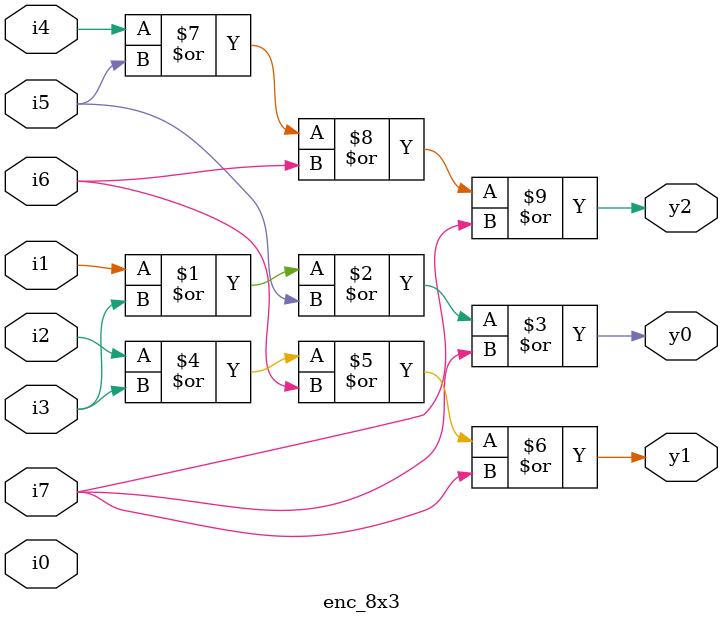
<source format=sv>
module enc_8x3(y0,y1,y2,i0,i1,i2,i3,i4,i5,i6,i7);
  output y0,y1,y2;
  input i0,i1,i2,i3,i4,i5,i6,i7;
  
 // or r1(y0,i1,i3,i5,i7);
  //or r2(y1,i2,i3,i6,i7);
  //or r3(y2,i4,i5,i6,i7);
  
  assign y0 = i1 | i3 | i5 | i7;
  assign y1 = i2 | i3 | i6 | i7;
  assign y2 = i4 | i5 | i6 | i7; 
endmodule 
</source>
